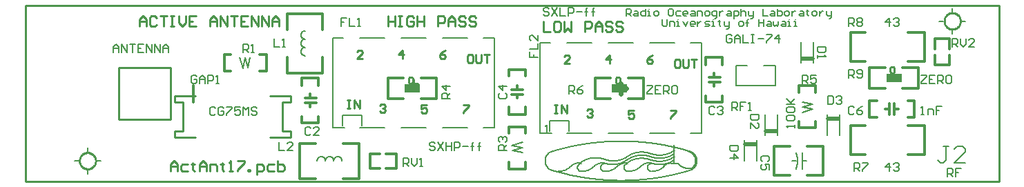
<source format=gto>
*%FSLAX24Y24*%
*%MOIN*%
G01*
%ADD11C,0.0000*%
%ADD12C,0.0050*%
%ADD13C,0.0060*%
%ADD14C,0.0070*%
%ADD15C,0.0073*%
%ADD16C,0.0080*%
%ADD17C,0.0098*%
%ADD18C,0.0100*%
%ADD19C,0.0120*%
%ADD20C,0.0200*%
%ADD21C,0.0200*%
%ADD22C,0.0240*%
%ADD23C,0.0250*%
%ADD24C,0.0300*%
%ADD25C,0.0340*%
%ADD26C,0.0360*%
%ADD27C,0.0394*%
%ADD28C,0.0400*%
%ADD29C,0.0434*%
%ADD30C,0.0440*%
%ADD31C,0.0500*%
%ADD32C,0.0500*%
%ADD33C,0.0540*%
%ADD34C,0.0600*%
%ADD35C,0.0680*%
%ADD36C,0.0700*%
%ADD37C,0.0750*%
%ADD38C,0.0790*%
%ADD39C,0.0827*%
%ADD40C,0.1000*%
%ADD41C,0.1250*%
%ADD42C,0.1450*%
%ADD43C,0.2000*%
%ADD44C,0.2250*%
%ADD45R,0.0200X0.0200*%
%ADD46R,0.0200X0.0500*%
%ADD47R,0.0200X0.0650*%
%ADD48R,0.0200X0.0700*%
%ADD49R,0.0200X0.1600*%
%ADD50R,0.0280X0.0600*%
%ADD51R,0.0300X0.0300*%
%ADD52R,0.0300X0.0300*%
%ADD53R,0.0320X0.0560*%
%ADD54R,0.0320X0.0640*%
%ADD55R,0.0340X0.0340*%
%ADD56R,0.0360X0.0600*%
%ADD57R,0.0400X0.0400*%
%ADD58R,0.0400X0.0640*%
%ADD59R,0.0500X0.0400*%
%ADD60R,0.0500X0.0500*%
%ADD61R,0.0500X0.0500*%
%ADD62R,0.0500X0.1200*%
%ADD63R,0.0540X0.0440*%
%ADD64R,0.0540X0.0960*%
%ADD65R,0.0540X0.1140*%
%ADD66R,0.0550X0.0650*%
%ADD67R,0.0591X0.1260*%
%ADD68R,0.0600X0.0600*%
%ADD69R,0.0600X0.0600*%
%ADD70R,0.0600X0.1000*%
%ADD71R,0.0600X0.1200*%
%ADD72R,0.0600X0.1250*%
%ADD73R,0.0631X0.1300*%
%ADD74R,0.0640X0.0640*%
%ADD75R,0.0640X0.1040*%
%ADD76R,0.0640X0.1240*%
%ADD77R,0.0640X0.1290*%
%ADD78R,0.0700X0.0700*%
%ADD79R,0.0750X0.0400*%
%ADD80R,0.0800X0.0750*%
%ADD81R,0.0800X0.0800*%
%ADD82R,0.0800X0.1250*%
%ADD83R,0.0850X0.0500*%
%ADD84R,0.0890X0.0540*%
%ADD85R,0.0900X0.0900*%
%ADD86R,0.0940X0.0940*%
%ADD87R,0.1000X0.0500*%
%ADD88R,0.1000X0.1000*%
%ADD89R,0.1040X0.0540*%
%ADD90R,0.1200X0.0500*%
%ADD91R,0.1250X0.0600*%
%ADD92R,0.1290X0.0640*%
%ADD93R,0.1300X0.1300*%
%ADD94R,0.1400X0.1400*%
%ADD95R,0.1500X0.0500*%
%ADD96R,0.1500X0.1500*%
%ADD97R,0.1500X0.1500*%
%ADD98R,0.1540X0.0540*%
%ADD99R,0.1540X0.1540*%
%ADD100R,0.1700X0.1700*%
%ADD101R,0.1750X0.1750*%
%ADD102R,0.1790X0.1790*%
%ADD103R,0.1900X0.1900*%
%ADD104R,0.2400X0.1600*%
%ADD105R,0.2500X0.2500*%
%ADD106R,0.2500X0.2500*%
D12*
X52286Y26101D02*
X52313Y26120D01*
X52342Y26139D01*
X52370Y26157D01*
X52399Y26175D01*
X52429Y26191D01*
X52459Y26207D01*
X52490Y26221D01*
X52521Y26235D01*
X52552Y26249D01*
X52584Y26261D01*
X52615Y26272D01*
X52648Y26283D01*
X52680Y26292D01*
X52713Y26301D01*
X52746Y26309D01*
X52779Y26316D01*
X52813Y26322D01*
X52846Y26327D01*
X52880Y26332D01*
X52914Y26335D01*
X52947Y26337D01*
X52981Y26339D01*
X53015Y26339D01*
X53049Y26339D01*
X53083Y26338D01*
X53117Y26336D01*
X53151Y26333D01*
X53184Y26329D01*
X53218Y26324D01*
X53251Y26318D01*
X53285Y26311D01*
X53318Y26304D01*
X53350Y26295D01*
X53383Y26286D01*
X53415Y26275D01*
X53447Y26264D01*
X53443Y26266D02*
X53475Y26255D01*
X53507Y26244D01*
X53540Y26235D01*
X53572Y26226D01*
X53605Y26219D01*
X53639Y26212D01*
X53672Y26206D01*
X53706Y26201D01*
X53739Y26197D01*
X53773Y26194D01*
X53807Y26192D01*
X53841Y26191D01*
X53875Y26191D01*
X53909Y26191D01*
X53943Y26193D01*
X53976Y26195D01*
X54010Y26198D01*
X54044Y26203D01*
X54077Y26208D01*
X54111Y26214D01*
X54144Y26221D01*
X54177Y26229D01*
X54210Y26238D01*
X54242Y26247D01*
X54275Y26258D01*
X54306Y26269D01*
X54338Y26281D01*
X54369Y26295D01*
X54400Y26309D01*
X54431Y26323D01*
X54461Y26339D01*
X54491Y26355D01*
X54520Y26373D01*
X54548Y26391D01*
X54577Y26410D01*
X54604Y26429D01*
X55209Y25931D02*
X55235Y25956D01*
X55262Y25978D01*
X55292Y25999D01*
X55322Y26017D01*
X55354Y26033D01*
X55387Y26047D01*
X55421Y26059D01*
X55455Y26068D01*
X55490Y26075D01*
X55525Y26079D01*
X55561Y26081D01*
X55597Y26080D01*
X55632Y26077D01*
X55668Y26072D01*
X55702Y26064D01*
X55206Y25940D02*
X55182Y25917D01*
X55158Y25895D01*
X55133Y25873D01*
X55107Y25853D01*
X55081Y25834D01*
X55053Y25815D01*
X55025Y25798D01*
X54997Y25782D01*
X54967Y25767D01*
X54937Y25754D01*
X54907Y25741D01*
X54876Y25730D01*
X54845Y25719D01*
X54813Y25710D01*
X54781Y25703D01*
X54749Y25696D01*
X54716Y25691D01*
X54684Y25687D01*
X54651Y25685D01*
X54618Y25683D01*
X54585Y25683D01*
X54585Y25680D02*
X54552Y25683D01*
X54520Y25691D01*
X54490Y25705D01*
X54463Y25724D01*
X54439Y25748D01*
X54420Y25775D01*
X54406Y25805D01*
X54398Y25837D01*
X54395Y25870D01*
X54398Y25903D01*
X54406Y25935D01*
X54420Y25965D01*
X54439Y25992D01*
X54463Y26016D01*
X54490Y26035D01*
X54520Y26049D01*
X54552Y26057D01*
X54585Y26060D01*
X54577Y26064D02*
X54542Y26072D01*
X54507Y26077D01*
X54472Y26080D01*
X54436Y26081D01*
X54400Y26079D01*
X54365Y26075D01*
X54330Y26068D01*
X54296Y26059D01*
X54262Y26047D01*
X54229Y26033D01*
X54197Y26017D01*
X54167Y25999D01*
X54137Y25978D01*
X54110Y25956D01*
X54084Y25931D01*
X51831Y25940D02*
X51807Y25917D01*
X51783Y25895D01*
X51758Y25873D01*
X51732Y25853D01*
X51706Y25834D01*
X51678Y25815D01*
X51650Y25798D01*
X51622Y25782D01*
X51592Y25767D01*
X51562Y25754D01*
X51532Y25741D01*
X51501Y25730D01*
X51470Y25719D01*
X51438Y25710D01*
X51406Y25703D01*
X51374Y25696D01*
X51341Y25691D01*
X51309Y25687D01*
X51276Y25685D01*
X51243Y25683D01*
X51210Y25683D01*
X51834Y25931D02*
X51860Y25956D01*
X51887Y25978D01*
X51917Y25999D01*
X51947Y26017D01*
X51979Y26033D01*
X52012Y26047D01*
X52046Y26059D01*
X52080Y26068D01*
X52115Y26075D01*
X52150Y26079D01*
X52186Y26081D01*
X52222Y26080D01*
X52257Y26077D01*
X52292Y26072D01*
X52327Y26064D01*
X52340Y26060D02*
X52307Y26057D01*
X52275Y26049D01*
X52245Y26035D01*
X52218Y26016D01*
X52194Y25992D01*
X52175Y25965D01*
X52161Y25935D01*
X52153Y25903D01*
X52150Y25870D01*
X52153Y25837D01*
X52161Y25805D01*
X52175Y25775D01*
X52194Y25748D01*
X52218Y25724D01*
X52245Y25705D01*
X52275Y25691D01*
X52307Y25683D01*
X52340Y25680D01*
X52335Y25683D02*
X52368Y25683D01*
X52401Y25685D01*
X52434Y25687D01*
X52466Y25691D01*
X52499Y25696D01*
X52531Y25703D01*
X52563Y25710D01*
X52595Y25719D01*
X52626Y25730D01*
X52657Y25741D01*
X52687Y25754D01*
X52717Y25767D01*
X52747Y25782D01*
X52775Y25798D01*
X52803Y25815D01*
X52831Y25834D01*
X52857Y25853D01*
X52883Y25873D01*
X52908Y25895D01*
X52932Y25917D01*
X52956Y25940D01*
X52959Y25931D02*
X52985Y25956D01*
X53012Y25978D01*
X53042Y25999D01*
X53072Y26017D01*
X53104Y26033D01*
X53137Y26047D01*
X53171Y26059D01*
X53205Y26068D01*
X53240Y26075D01*
X53275Y26079D01*
X53311Y26081D01*
X53347Y26080D01*
X53382Y26077D01*
X53418Y26072D01*
X53452Y26064D01*
X53465Y25688D02*
X53498Y25688D01*
X53531Y25690D01*
X53564Y25692D01*
X53596Y25696D01*
X53629Y25701D01*
X53661Y25708D01*
X53693Y25715D01*
X53725Y25724D01*
X53756Y25735D01*
X53787Y25746D01*
X53817Y25759D01*
X53847Y25772D01*
X53877Y25787D01*
X53905Y25803D01*
X53933Y25820D01*
X53961Y25839D01*
X53987Y25858D01*
X54013Y25878D01*
X54038Y25900D01*
X54062Y25922D01*
X54086Y25945D01*
X53460Y26060D02*
X53427Y26057D01*
X53395Y26049D01*
X53365Y26035D01*
X53338Y26016D01*
X53314Y25992D01*
X53295Y25965D01*
X53281Y25935D01*
X53273Y25903D01*
X53270Y25870D01*
X53273Y25837D01*
X53281Y25805D01*
X53295Y25775D01*
X53314Y25748D01*
X53338Y25724D01*
X53365Y25705D01*
X53395Y25691D01*
X53427Y25683D01*
X53460Y25680D01*
X55720D02*
X55687Y25683D01*
X55655Y25691D01*
X55625Y25705D01*
X55598Y25724D01*
X55574Y25748D01*
X55555Y25775D01*
X55541Y25805D01*
X55533Y25837D01*
X55530Y25870D01*
X55533Y25903D01*
X55541Y25935D01*
X55555Y25965D01*
X55574Y25992D01*
X55598Y26016D01*
X55625Y26035D01*
X55655Y26049D01*
X55687Y26057D01*
X55720Y26060D01*
X55725Y25683D02*
X55758Y25683D01*
X55791Y25685D01*
X55824Y25687D01*
X55856Y25691D01*
X55889Y25696D01*
X55921Y25703D01*
X55953Y25710D01*
X55985Y25719D01*
X56016Y25730D01*
X56047Y25741D01*
X56077Y25754D01*
X56107Y25767D01*
X56137Y25782D01*
X56165Y25798D01*
X56193Y25815D01*
X56221Y25834D01*
X56247Y25853D01*
X56273Y25873D01*
X56298Y25895D01*
X56322Y25917D01*
X56346Y25940D01*
X57672Y25817D02*
X57698Y25840D01*
X57722Y25864D01*
X57745Y25890D01*
X57765Y25917D01*
X57784Y25946D01*
X57800Y25977D01*
X57814Y26008D01*
X57826Y26040D01*
X57836Y26073D01*
X57843Y26107D01*
X57847Y26141D01*
X57850Y26175D01*
X57850Y26209D01*
X57847Y26244D01*
X57842Y26277D01*
X57835Y26311D01*
X57825Y26344D01*
X57812Y26376D01*
X57798Y26407D01*
X57781Y26437D01*
X57763Y26466D01*
X57742Y26493D01*
X57719Y26519D01*
X57695Y26543D01*
X57669Y26566D01*
X57641Y26586D01*
X57612Y26604D01*
X57582Y26621D01*
X57551Y26635D01*
X57518Y26647D01*
X56834Y26404D02*
X56807Y26385D01*
X56778Y26366D01*
X56750Y26348D01*
X56721Y26330D01*
X56691Y26314D01*
X56661Y26298D01*
X56630Y26284D01*
X56599Y26270D01*
X56568Y26256D01*
X56536Y26244D01*
X56505Y26233D01*
X56472Y26222D01*
X56440Y26213D01*
X56407Y26204D01*
X56374Y26196D01*
X56341Y26189D01*
X56307Y26183D01*
X56274Y26178D01*
X56240Y26173D01*
X56206Y26170D01*
X56173Y26168D01*
X56139Y26166D01*
X56105Y26166D01*
X56071Y26166D01*
X56037Y26167D01*
X56003Y26169D01*
X55969Y26172D01*
X55936Y26176D01*
X55902Y26181D01*
X55869Y26187D01*
X55835Y26194D01*
X55802Y26201D01*
X55770Y26210D01*
X55737Y26219D01*
X55705Y26230D01*
X55673Y26241D01*
Y26391D02*
X55705Y26380D01*
X55737Y26369D01*
X55770Y26360D01*
X55802Y26351D01*
X55835Y26344D01*
X55869Y26337D01*
X55902Y26331D01*
X55936Y26326D01*
X55969Y26322D01*
X56003Y26319D01*
X56037Y26317D01*
X56071Y26316D01*
X56105Y26316D01*
X56139Y26316D01*
X56173Y26318D01*
X56206Y26320D01*
X56240Y26323D01*
X56274Y26328D01*
X56307Y26333D01*
X56341Y26339D01*
X56374Y26346D01*
X56407Y26354D01*
X56440Y26363D01*
X56472Y26372D01*
X56505Y26383D01*
X56536Y26394D01*
X56568Y26406D01*
X56599Y26420D01*
X56630Y26434D01*
X56661Y26448D01*
X56691Y26464D01*
X56721Y26480D01*
X56750Y26498D01*
X56778Y26516D01*
X56807Y26535D01*
X56834Y26554D01*
Y26704D02*
X56807Y26685D01*
X56778Y26666D01*
X56750Y26648D01*
X56721Y26630D01*
X56691Y26614D01*
X56661Y26598D01*
X56630Y26584D01*
X56599Y26570D01*
X56568Y26556D01*
X56536Y26544D01*
X56505Y26533D01*
X56472Y26522D01*
X56440Y26513D01*
X56407Y26504D01*
X56374Y26496D01*
X56341Y26489D01*
X56307Y26483D01*
X56274Y26478D01*
X56240Y26473D01*
X56206Y26470D01*
X56173Y26468D01*
X56139Y26466D01*
X56105Y26466D01*
X56071Y26466D01*
X56037Y26467D01*
X56003Y26469D01*
X55969Y26472D01*
X55936Y26476D01*
X55902Y26481D01*
X55869Y26487D01*
X55835Y26494D01*
X55802Y26501D01*
X55770Y26510D01*
X55737Y26519D01*
X55705Y26530D01*
X55673Y26541D01*
Y26091D02*
X55705Y26080D01*
X55737Y26069D01*
X55770Y26060D01*
X55802Y26051D01*
X55835Y26044D01*
X55869Y26037D01*
X55902Y26031D01*
X55936Y26026D01*
X55969Y26022D01*
X56003Y26019D01*
X56037Y26017D01*
X56071Y26016D01*
X56105Y26016D01*
X56139Y26016D01*
X56173Y26018D01*
X56206Y26020D01*
X56240Y26023D01*
X56274Y26028D01*
X56307Y26033D01*
X56341Y26039D01*
X56374Y26046D01*
X56407Y26054D01*
X56440Y26063D01*
X56472Y26072D01*
X56505Y26083D01*
X56536Y26094D01*
X56568Y26106D01*
X56599Y26120D01*
X56630Y26134D01*
X56661Y26148D01*
X56691Y26164D01*
X56721Y26180D01*
X56750Y26198D01*
X56778Y26216D01*
X56807Y26235D01*
X56834Y26254D01*
X55677Y26239D02*
X55645Y26250D01*
X55613Y26261D01*
X55580Y26270D01*
X55548Y26279D01*
X55515Y26286D01*
X55481Y26293D01*
X55448Y26299D01*
X55414Y26304D01*
X55381Y26308D01*
X55347Y26311D01*
X55313Y26313D01*
X55279Y26314D01*
X55245Y26314D01*
X55211Y26314D01*
X55177Y26312D01*
X55144Y26310D01*
X55110Y26307D01*
X55076Y26302D01*
X55043Y26297D01*
X55009Y26291D01*
X54976Y26284D01*
X54943Y26276D01*
X54910Y26267D01*
X54878Y26258D01*
X54845Y26247D01*
X54814Y26236D01*
X54782Y26224D01*
X54751Y26210D01*
X54720Y26196D01*
X54689Y26182D01*
X54659Y26166D01*
X54629Y26150D01*
X54600Y26132D01*
X54572Y26114D01*
X54543Y26095D01*
X54516Y26076D01*
Y26226D02*
X54543Y26245D01*
X54572Y26264D01*
X54600Y26282D01*
X54629Y26300D01*
X54659Y26316D01*
X54689Y26332D01*
X54720Y26346D01*
X54751Y26360D01*
X54782Y26374D01*
X54814Y26386D01*
X54845Y26397D01*
X54878Y26408D01*
X54910Y26417D01*
X54943Y26426D01*
X54976Y26434D01*
X55009Y26441D01*
X55043Y26447D01*
X55076Y26452D01*
X55110Y26457D01*
X55144Y26460D01*
X55177Y26462D01*
X55211Y26464D01*
X55245Y26464D01*
X55279Y26464D01*
X55313Y26463D01*
X55347Y26461D01*
X55381Y26458D01*
X55414Y26454D01*
X55448Y26449D01*
X55481Y26443D01*
X55515Y26436D01*
X55548Y26429D01*
X55580Y26420D01*
X55613Y26411D01*
X55645Y26400D01*
X55677Y26389D01*
Y26539D02*
X55645Y26550D01*
X55613Y26561D01*
X55580Y26570D01*
X55548Y26579D01*
X55515Y26586D01*
X55481Y26593D01*
X55448Y26599D01*
X55414Y26604D01*
X55381Y26608D01*
X55347Y26611D01*
X55313Y26613D01*
X55279Y26614D01*
X55245Y26614D01*
X55211Y26614D01*
X55177Y26612D01*
X55144Y26610D01*
X55110Y26607D01*
X55076Y26602D01*
X55043Y26597D01*
X55009Y26591D01*
X54976Y26584D01*
X54943Y26576D01*
X54910Y26567D01*
X54878Y26558D01*
X54845Y26547D01*
X54814Y26536D01*
X54782Y26524D01*
X54751Y26510D01*
X54720Y26496D01*
X54689Y26482D01*
X54659Y26466D01*
X54629Y26450D01*
X54600Y26432D01*
X54572Y26414D01*
X54543Y26395D01*
X54516Y26376D01*
X54559Y26254D02*
X54532Y26235D01*
X54503Y26216D01*
X54475Y26198D01*
X54446Y26180D01*
X54416Y26164D01*
X54386Y26148D01*
X54355Y26134D01*
X54324Y26120D01*
X54293Y26106D01*
X54261Y26094D01*
X54230Y26083D01*
X54197Y26072D01*
X54165Y26063D01*
X54132Y26054D01*
X54099Y26046D01*
X54066Y26039D01*
X54032Y26033D01*
X53999Y26028D01*
X53965Y26023D01*
X53931Y26020D01*
X53898Y26018D01*
X53864Y26016D01*
X53830Y26016D01*
X53796Y26016D01*
X53762Y26017D01*
X53728Y26019D01*
X53694Y26022D01*
X53661Y26026D01*
X53627Y26031D01*
X53594Y26037D01*
X53560Y26044D01*
X53527Y26051D01*
X53495Y26060D01*
X53462Y26069D01*
X53430Y26080D01*
X53398Y26091D01*
X57003Y26062D02*
X57024Y26038D01*
X57046Y26014D01*
X57069Y25992D01*
X57093Y25971D01*
X57119Y25951D01*
X57145Y25932D01*
X57173Y25915D01*
X57201Y25899D01*
X57230Y25885D01*
X57259Y25872D01*
X57289Y25861D01*
X57320Y25851D01*
X57351Y25843D01*
X57383Y25836D01*
X57415Y25831D01*
X57447Y25827D01*
X57479Y25825D01*
X57511Y25825D01*
X57543Y25826D01*
X57576Y25829D01*
X57607Y25834D01*
X57639Y25840D01*
X57670Y25848D01*
X57701Y25857D01*
X57732Y25868D01*
X57761Y25881D01*
X57791Y25895D01*
X56680Y26081D02*
X56647Y26080D01*
X56613Y26077D01*
X56580Y26071D01*
X56548Y26064D01*
X56516Y26054D01*
X56484Y26042D01*
X56454Y26028D01*
X56425Y26013D01*
X56396Y25995D01*
X56369Y25975D01*
X56343Y25954D01*
X56319Y25931D01*
X56820Y26065D02*
Y26960D01*
X56675Y26065D02*
X57000D01*
X61700Y30490D02*
Y30790D01*
X59800D02*
Y30490D01*
Y30790D02*
X60350D01*
X61150D02*
X61700D01*
D13*
X56250Y32748D02*
Y33040D01*
Y32748D02*
X56308Y32690D01*
X56425D01*
X56483Y32748D01*
Y33040D01*
X56600Y32923D02*
Y32690D01*
Y32923D02*
X56775D01*
X56833Y32865D01*
Y32690D01*
X56950D02*
X57066D01*
X57008D01*
Y32923D01*
X56950D01*
X57008Y33040D02*
X57009D01*
X57241Y32923D02*
X57358Y32690D01*
X57475Y32923D01*
X57650Y32690D02*
X57766D01*
X57650D02*
X57591Y32748D01*
Y32865D01*
X57650Y32923D01*
X57766D01*
X57824Y32865D01*
Y32807D01*
X57591D01*
X57941Y32923D02*
Y32690D01*
Y32807D01*
X57999Y32865D01*
X58058Y32923D01*
X58116D01*
X58291Y32690D02*
X58466D01*
X58524Y32748D01*
X58466Y32807D01*
X58349D01*
X58291Y32865D01*
X58349Y32923D01*
X58524D01*
X58641Y32690D02*
X58758D01*
X58699D01*
Y32923D01*
X58641D01*
X58699Y33040D02*
X58700D01*
X58991Y32982D02*
Y32923D01*
X58932D01*
X59049D01*
X58991D01*
Y32748D01*
X59049Y32690D01*
X59224Y32748D02*
Y32923D01*
Y32748D02*
X59282Y32690D01*
X59457D01*
Y32632D01*
X59399Y32573D01*
X59341D01*
X59457Y32690D02*
Y32923D01*
X59982Y32690D02*
X60099D01*
X60157Y32748D01*
Y32865D01*
X60099Y32923D01*
X59982D01*
X59924Y32865D01*
Y32748D01*
X59982Y32690D01*
X60332D02*
Y32982D01*
Y32865D01*
X60274D01*
X60390D01*
X60332D01*
Y32982D01*
X60390Y33040D01*
X60915D02*
Y32690D01*
Y32865D01*
X61148D01*
Y33040D01*
Y32690D01*
X61323Y32923D02*
X61440D01*
X61498Y32865D01*
Y32690D01*
X61323D01*
X61265Y32748D01*
X61323Y32807D01*
X61498D01*
X61615Y32748D02*
Y32923D01*
Y32748D02*
X61673Y32690D01*
X61732Y32748D01*
X61790Y32690D01*
X61848Y32748D01*
Y32923D01*
X62023D02*
X62140D01*
X62198Y32865D01*
Y32690D01*
X62023D01*
X61965Y32748D01*
X62023Y32807D01*
X62198D01*
X62315Y32690D02*
X62431D01*
X62373D01*
Y32923D01*
X62315D01*
X62373Y33040D02*
X62374D01*
X62606Y32690D02*
X62723D01*
X62665D01*
Y32923D01*
X62606D01*
X62665Y33040D02*
X62666D01*
X54500Y33190D02*
Y33540D01*
X54675D01*
X54733Y33482D01*
Y33365D01*
X54675Y33307D01*
X54500D01*
X54617D02*
X54733Y33190D01*
X54908Y33423D02*
X55025D01*
X55083Y33365D01*
Y33190D01*
X54908D01*
X54850Y33248D01*
X54908Y33307D01*
X55083D01*
X55433Y33190D02*
Y33540D01*
Y33190D02*
X55258D01*
X55200Y33248D01*
Y33365D01*
X55258Y33423D01*
X55433D01*
X55550Y33190D02*
X55666D01*
X55608D01*
Y33423D01*
X55550D01*
X55608Y33540D02*
X55609D01*
X55900Y33190D02*
X56016D01*
X56074Y33248D01*
Y33365D01*
X56016Y33423D01*
X55900D01*
X55841Y33365D01*
Y33248D01*
X55900Y33190D01*
X56599Y33540D02*
X56716D01*
X56599D02*
X56541Y33482D01*
Y33248D01*
X56599Y33190D01*
X56716D01*
X56774Y33248D01*
Y33482D01*
X56716Y33540D01*
X56949Y33423D02*
X57124D01*
X56949D02*
X56891Y33365D01*
Y33248D01*
X56949Y33190D01*
X57124D01*
X57299D02*
X57416D01*
X57299D02*
X57241Y33248D01*
Y33365D01*
X57299Y33423D01*
X57416D01*
X57474Y33365D01*
Y33307D01*
X57241D01*
X57649Y33423D02*
X57766D01*
X57824Y33365D01*
Y33190D01*
X57649D01*
X57591Y33248D01*
X57649Y33307D01*
X57824D01*
X57941Y33190D02*
Y33423D01*
X58115D01*
X58174Y33365D01*
Y33190D01*
X58349D02*
X58465D01*
X58524Y33248D01*
Y33365D01*
X58465Y33423D01*
X58349D01*
X58290Y33365D01*
Y33248D01*
X58349Y33190D01*
X58757Y33073D02*
X58815D01*
X58874Y33132D01*
Y33423D01*
X58699D01*
X58640Y33365D01*
Y33248D01*
X58699Y33190D01*
X58874D01*
X58990D02*
Y33423D01*
Y33307D02*
Y33190D01*
Y33307D02*
X59049Y33365D01*
X59107Y33423D01*
X59165D01*
X59398D02*
X59515D01*
X59573Y33365D01*
Y33190D01*
X59398D01*
X59340Y33248D01*
X59398Y33307D01*
X59573D01*
X59690Y33423D02*
Y33073D01*
Y33423D02*
X59865D01*
X59923Y33365D01*
Y33248D01*
X59865Y33190D01*
X59690D01*
X60040D02*
Y33540D01*
Y33365D02*
Y33190D01*
Y33365D02*
X60098Y33423D01*
X60215D01*
X60273Y33365D01*
Y33190D01*
X60390Y33248D02*
Y33423D01*
Y33248D02*
X60448Y33190D01*
X60623D01*
Y33132D01*
X60565Y33073D01*
X60506D01*
X60623Y33190D02*
Y33423D01*
X61090Y33540D02*
Y33190D01*
X61323D01*
X61498Y33423D02*
X61614D01*
X61673Y33365D01*
Y33190D01*
X61498D01*
X61439Y33248D01*
X61498Y33307D01*
X61673D01*
X61789Y33190D02*
Y33540D01*
Y33190D02*
X61964D01*
X62023Y33248D01*
Y33307D01*
Y33365D01*
X61964Y33423D01*
X61789D01*
X62198Y33190D02*
X62314D01*
X62372Y33248D01*
Y33365D01*
X62314Y33423D01*
X62198D01*
X62139Y33365D01*
Y33248D01*
X62198Y33190D01*
X62489D02*
Y33423D01*
Y33307D02*
Y33190D01*
Y33307D02*
X62547Y33365D01*
X62606Y33423D01*
X62664D01*
X62897D02*
X63014D01*
X63072Y33365D01*
Y33190D01*
X62897D01*
X62839Y33248D01*
X62897Y33307D01*
X63072D01*
X63247Y33423D02*
Y33482D01*
Y33423D02*
X63189D01*
X63305D01*
X63247D01*
Y33248D01*
X63305Y33190D01*
X63539D02*
X63655D01*
X63714Y33248D01*
Y33365D01*
X63655Y33423D01*
X63539D01*
X63480Y33365D01*
Y33248D01*
X63539Y33190D01*
X63830D02*
Y33423D01*
Y33307D02*
Y33190D01*
Y33307D02*
X63889Y33365D01*
X63947Y33423D01*
X64005D01*
X64180D02*
Y33248D01*
X64239Y33190D01*
X64413D01*
Y33132D01*
X64355Y33073D01*
X64297D01*
X64413Y33190D02*
Y33423D01*
X29750Y31707D02*
Y31440D01*
Y31707D02*
X29883Y31840D01*
X30017Y31707D01*
Y31440D01*
Y31640D01*
X29750D01*
X30150Y31440D02*
Y31840D01*
X30416Y31440D01*
Y31840D01*
X30550D02*
X30816D01*
X30683D01*
Y31440D01*
X30950Y31840D02*
X31216D01*
X30950D02*
Y31440D01*
X31216D01*
X31083Y31640D02*
X30950D01*
X31349Y31440D02*
Y31840D01*
X31616Y31440D01*
Y31840D01*
X31749D02*
Y31440D01*
X32016D02*
X31749Y31840D01*
X32016D02*
Y31440D01*
X32149D02*
Y31707D01*
X32283Y31840D01*
X32416Y31707D01*
Y31440D01*
Y31640D01*
X32149D01*
X34600Y28790D02*
X34667Y28723D01*
X34600Y28790D02*
X34467D01*
X34400Y28723D01*
Y28457D01*
X34467Y28390D01*
X34600D01*
X34667Y28457D01*
X35000Y28790D02*
X35066Y28723D01*
X35000Y28790D02*
X34867D01*
X34800Y28723D01*
Y28457D01*
X34867Y28390D01*
X35000D01*
X35066Y28457D01*
Y28590D01*
X34933D01*
X35200Y28790D02*
X35466D01*
Y28723D01*
X35200Y28457D01*
Y28390D01*
X35600Y28790D02*
X35866D01*
X35600D02*
Y28590D01*
X35733Y28657D01*
X35800D01*
X35866Y28590D01*
Y28457D01*
X35800Y28390D01*
X35666D01*
X35600Y28457D01*
X35999Y28390D02*
Y28790D01*
X36133Y28657D01*
X36266Y28790D01*
Y28390D01*
X36666Y28723D02*
X36599Y28790D01*
X36466D01*
X36399Y28723D01*
Y28657D01*
X36466Y28590D01*
X36599D01*
X36666Y28523D01*
Y28457D01*
X36599Y28390D01*
X36466D01*
X36399Y28457D01*
X33767Y30273D02*
X33700Y30340D01*
X33567D01*
X33500Y30273D01*
Y30007D01*
X33567Y29940D01*
X33700D01*
X33767Y30007D01*
Y30140D01*
X33633D01*
X33900Y30207D02*
Y29940D01*
Y30207D02*
X34033Y30340D01*
X34166Y30207D01*
Y29940D01*
Y30140D01*
X33900D01*
X34300Y29940D02*
Y30340D01*
X34500D01*
X34566Y30273D01*
Y30140D01*
X34500Y30073D01*
X34300D01*
X34700Y29940D02*
X34833D01*
X34766D01*
Y30340D01*
X34767D01*
X34766D02*
X34700Y30273D01*
X36000Y31440D02*
Y31840D01*
X36200D01*
X36267Y31773D01*
Y31640D01*
X36200Y31573D01*
X36000D01*
X36133D02*
X36267Y31440D01*
X36400D02*
X36533D01*
X36467D01*
Y31840D01*
X36468D01*
X36467D02*
X36400Y31773D01*
X37500Y31690D02*
Y32090D01*
Y31690D02*
X37767D01*
X37900D02*
X38033D01*
X37967D01*
Y32090D01*
X37968D01*
X37967D02*
X37900Y32023D01*
X39200Y27840D02*
X39267Y27773D01*
X39200Y27840D02*
X39067D01*
X39000Y27773D01*
Y27507D01*
X39067Y27440D01*
X39200D01*
X39267Y27507D01*
X39400Y27440D02*
X39666D01*
X39400D02*
X39666Y27707D01*
Y27773D01*
X39600Y27840D01*
X39467D01*
X39400Y27773D01*
X37750Y27090D02*
Y26690D01*
X38017D01*
X38150D02*
X38416D01*
X38150D02*
X38416Y26957D01*
Y27023D01*
X38350Y27090D01*
X38217D01*
X38150Y27023D01*
X43750Y26340D02*
Y25940D01*
Y26340D02*
X43950D01*
X44017Y26273D01*
Y26140D01*
X43950Y26073D01*
X43750D01*
X43883D02*
X44017Y25940D01*
X44150Y26073D02*
Y26340D01*
Y26073D02*
X44283Y25940D01*
X44416Y26073D01*
Y26340D01*
X44550Y25940D02*
X44683D01*
X44616D01*
Y26340D01*
X44617D01*
X44616D02*
X44550Y26273D01*
X45600Y29190D02*
X46000D01*
X45600D02*
Y29390D01*
X45667Y29457D01*
X45800D01*
X45867Y29390D01*
Y29190D01*
Y29323D02*
X46000Y29457D01*
Y29790D02*
X45600D01*
X45800Y29590D01*
Y29856D01*
X45200Y27090D02*
X45267Y27023D01*
X45200Y27090D02*
X45067D01*
X45000Y27023D01*
Y26957D01*
X45067Y26890D01*
X45200D01*
X45267Y26823D01*
Y26757D01*
X45200Y26690D01*
X45067D01*
X45000Y26757D01*
X45400Y27090D02*
X45666Y26690D01*
X45400D02*
X45666Y27090D01*
X45800D02*
Y26690D01*
Y26890D01*
X46066D01*
Y27090D01*
Y26690D01*
X46200D02*
Y27090D01*
X46400D01*
X46466Y27023D01*
Y26890D01*
X46400Y26823D01*
X46200D01*
X46599Y26890D02*
X46866D01*
X47066Y27023D02*
Y26690D01*
Y26890D02*
Y27023D01*
Y26890D02*
X46999D01*
X47133D01*
X47066D01*
Y27023D01*
X47133Y27090D01*
X47399Y27023D02*
Y26690D01*
Y26890D02*
Y27023D01*
Y26890D02*
X47333D01*
X47466D01*
X47399D01*
Y27023D01*
X47466Y27090D01*
X41017Y33090D02*
X40750D01*
Y32890D01*
X40883D01*
X40750D01*
Y32690D01*
X41150D02*
Y33090D01*
Y32690D02*
X41416D01*
X41550D02*
X41683D01*
X41616D01*
Y33090D01*
X41617D01*
X41616D02*
X41550Y33023D01*
X48350Y29390D02*
X48417Y29457D01*
X48350Y29390D02*
Y29257D01*
X48417Y29190D01*
X48683D01*
X48750Y29257D01*
Y29390D01*
X48683Y29457D01*
X48750Y29790D02*
X48350D01*
X48550Y29590D01*
Y29856D01*
X48750Y26690D02*
X48350D01*
Y26890D01*
X48417Y26957D01*
X48550D01*
X48617Y26890D01*
Y26690D01*
Y26823D02*
X48750Y26957D01*
X48417Y27090D02*
X48350Y27157D01*
Y27290D01*
X48417Y27356D01*
X48483D01*
X48484D01*
X48483D02*
X48484D01*
X48483D02*
X48484D01*
X48483D02*
X48550Y27290D01*
Y27223D01*
Y27290D01*
X48617Y27356D01*
X48683D01*
X48750Y27290D01*
Y27157D01*
X48683Y27090D01*
X50616Y27514D02*
X50749D01*
X50682D01*
Y27914D01*
X50683D01*
X50682D02*
X50616Y27848D01*
X50767Y33523D02*
X50700Y33590D01*
X50567D01*
X50500Y33523D01*
Y33457D01*
X50567Y33390D01*
X50700D01*
X50767Y33323D01*
Y33257D01*
X50700Y33190D01*
X50567D01*
X50500Y33257D01*
X50900Y33590D02*
X51166Y33190D01*
X50900D02*
X51166Y33590D01*
X51300D02*
Y33190D01*
X51566D01*
X51700D02*
Y33590D01*
X51900D01*
X51966Y33523D01*
Y33390D01*
X51900Y33323D01*
X51700D01*
X52099Y33390D02*
X52366D01*
X52566Y33523D02*
Y33190D01*
Y33390D02*
Y33523D01*
Y33390D02*
X52499D01*
X52633D01*
X52566D01*
Y33523D01*
X52633Y33590D01*
X52899Y33523D02*
Y33190D01*
Y33390D02*
Y33523D01*
Y33390D02*
X52833D01*
X52966D01*
X52899D01*
Y33523D01*
X52966Y33590D01*
X49850Y31457D02*
Y31190D01*
X50050D01*
Y31323D01*
Y31190D01*
X50250D01*
Y31590D02*
X49850D01*
X50250D02*
Y31856D01*
Y31990D02*
Y32256D01*
Y31990D02*
X49983Y32256D01*
X49917D01*
X49850Y32190D01*
Y32056D01*
X49917Y31990D01*
X55500Y29840D02*
X55767D01*
Y29773D01*
X55500Y29507D01*
Y29440D01*
X55767D01*
X55900Y29840D02*
X56166D01*
X55900D02*
Y29440D01*
X56166D01*
X56033Y29640D02*
X55900D01*
X56300Y29440D02*
Y29840D01*
X56500D01*
X56566Y29773D01*
Y29640D01*
X56500Y29573D01*
X56300D01*
X56433D02*
X56566Y29440D01*
X56766Y29840D02*
X56900D01*
X56766D02*
X56700Y29773D01*
Y29507D01*
X56766Y29440D01*
X56900D01*
X56966Y29507D01*
Y29773D01*
X56900Y29840D01*
X51750D02*
Y29440D01*
Y29840D02*
X51950D01*
X52017Y29773D01*
Y29640D01*
X51950Y29573D01*
X51750D01*
X51883D02*
X52017Y29440D01*
X52283Y29773D02*
X52416Y29840D01*
X52283Y29773D02*
X52150Y29640D01*
Y29507D01*
X52217Y29440D01*
X52350D01*
X52416Y29507D01*
Y29573D01*
X52350Y29640D01*
X52150D01*
X58700Y28840D02*
X58767Y28773D01*
X58700Y28840D02*
X58567D01*
X58500Y28773D01*
Y28507D01*
X58567Y28440D01*
X58700D01*
X58767Y28507D01*
X58900Y28773D02*
X58967Y28840D01*
X59100D01*
X59166Y28773D01*
Y28707D01*
X59167D01*
X59166D02*
X59167D01*
X59166D02*
X59167D01*
X59166D02*
X59100Y28640D01*
X59033D01*
X59100D01*
X59166Y28573D01*
Y28507D01*
X59100Y28440D01*
X58967D01*
X58900Y28507D01*
X60500Y28440D02*
X60900D01*
X60500D02*
Y28240D01*
X60567Y28173D01*
X60833D01*
X60900Y28240D01*
Y28440D01*
X60500Y28040D02*
Y27774D01*
Y28040D02*
X60767Y27774D01*
X60833D01*
X60900Y27840D01*
Y27973D01*
X60833Y28040D01*
X62640Y27913D02*
Y27780D01*
Y27847D02*
Y27913D01*
Y27847D02*
X62240D01*
X62241D01*
X62240D02*
X62307Y27780D01*
Y28113D02*
X62240Y28180D01*
Y28313D01*
X62307Y28380D01*
X62573D01*
X62640Y28313D01*
Y28180D01*
X62573Y28113D01*
X62307D01*
Y28513D02*
X62240Y28580D01*
Y28713D01*
X62307Y28780D01*
X62573D01*
X62640Y28713D01*
Y28580D01*
X62573Y28513D01*
X62307D01*
X62240Y28913D02*
X62640D01*
X62507D01*
X62240Y29180D01*
X62440Y28980D01*
X62640Y29180D01*
X63000Y29940D02*
Y30340D01*
X63200D01*
X63267Y30273D01*
Y30140D01*
X63200Y30073D01*
X63000D01*
X63133D02*
X63267Y29940D01*
X63400Y30340D02*
X63666D01*
X63400D02*
Y30140D01*
X63533Y30207D01*
X63600D01*
X63666Y30140D01*
Y30007D01*
X63600Y29940D01*
X63467D01*
X63400Y30007D01*
X64250Y29340D02*
Y28940D01*
X64450D01*
X64517Y29007D01*
Y29273D01*
X64450Y29340D01*
X64250D01*
X64650Y29273D02*
X64717Y29340D01*
X64850D01*
X64916Y29273D01*
Y29207D01*
X64917D01*
X64916D02*
X64917D01*
X64916D02*
X64917D01*
X64916D02*
X64850Y29140D01*
X64783D01*
X64850D01*
X64916Y29073D01*
Y29007D01*
X64850Y28940D01*
X64717D01*
X64650Y29007D01*
X67200Y26090D02*
Y25690D01*
X67000Y25890D02*
X67200Y26090D01*
X67267Y25890D02*
X67000D01*
X67400Y26023D02*
X67467Y26090D01*
X67600D01*
X67666Y26023D01*
Y25957D01*
X67667D01*
X67666D02*
X67667D01*
X67666D02*
X67667D01*
X67666D02*
X67600Y25890D01*
X67533D01*
X67600D01*
X67666Y25823D01*
Y25757D01*
X67600Y25690D01*
X67467D01*
X67400Y25757D01*
X65500Y25690D02*
Y26090D01*
X65700D01*
X65767Y26023D01*
Y25890D01*
X65700Y25823D01*
X65500D01*
X65633D02*
X65767Y25690D01*
X65900Y26090D02*
X66166D01*
Y26023D01*
X65900Y25757D01*
Y25690D01*
X61400Y26240D02*
X61333Y26173D01*
X61400Y26240D02*
Y26373D01*
X61333Y26440D01*
X61067D01*
X61000Y26373D01*
Y26240D01*
X61067Y26173D01*
X61400Y26040D02*
Y25774D01*
Y26040D02*
X61200D01*
X61267Y25907D01*
Y25840D01*
X61200Y25774D01*
X61067D01*
X61000Y25840D01*
Y25973D01*
X61067Y26040D01*
X59900Y26940D02*
X59500D01*
Y26740D01*
X59567Y26673D01*
X59833D01*
X59900Y26740D01*
Y26940D01*
Y26340D02*
X59500D01*
X59700Y26540D02*
X59900Y26340D01*
X59700Y26274D02*
Y26540D01*
X63750Y31690D02*
X64150D01*
X63750D02*
Y31490D01*
X63817Y31423D01*
X64083D01*
X64150Y31490D01*
Y31690D01*
X63750Y31290D02*
Y31157D01*
Y31223D01*
X64150D01*
X64151D01*
X64150D02*
X64083Y31290D01*
X67200Y32690D02*
Y33090D01*
X67000Y32890D01*
X67267D01*
X67400Y33023D02*
X67467Y33090D01*
X67600D01*
X67666Y33023D01*
Y32957D01*
X67667D01*
X67666D02*
X67667D01*
X67666D02*
X67667D01*
X67666D02*
X67600Y32890D01*
X67533D01*
X67600D01*
X67666Y32823D01*
Y32757D01*
X67600Y32690D01*
X67467D01*
X67400Y32757D01*
X65250Y32690D02*
Y33090D01*
X65450D01*
X65517Y33023D01*
Y32890D01*
X65450Y32823D01*
X65250D01*
X65383D02*
X65517Y32690D01*
X65650Y33023D02*
X65717Y33090D01*
X65850D01*
X65916Y33023D01*
Y32957D01*
X65850Y32890D01*
X65916Y32823D01*
Y32757D01*
X65850Y32690D01*
X65717D01*
X65650Y32757D01*
Y32823D01*
X65717Y32890D01*
X65650Y32957D01*
Y33023D01*
X65717Y32890D02*
X65850D01*
X68750Y30340D02*
X69017D01*
Y30273D01*
X68750Y30007D01*
Y29940D01*
X69017D01*
X69150Y30340D02*
X69416D01*
X69150D02*
Y29940D01*
X69416D01*
X69283Y30140D02*
X69150D01*
X69550Y29940D02*
Y30340D01*
X69750D01*
X69816Y30273D01*
Y30140D01*
X69750Y30073D01*
X69550D01*
X69683D02*
X69816Y29940D01*
X70016Y30340D02*
X70150D01*
X70016D02*
X69950Y30273D01*
Y30007D01*
X70016Y29940D01*
X70150D01*
X70216Y30007D01*
Y30273D01*
X70150Y30340D01*
X65250Y30190D02*
Y30590D01*
X65450D01*
X65517Y30523D01*
Y30390D01*
X65450Y30323D01*
X65250D01*
X65383D02*
X65517Y30190D01*
X65650Y30257D02*
X65717Y30190D01*
X65850D01*
X65916Y30257D01*
Y30523D01*
X65850Y30590D01*
X65717D01*
X65650Y30523D01*
Y30457D01*
X65717Y30390D01*
X65916D01*
X68750Y28440D02*
X68883D01*
X68817D01*
Y28840D01*
X68818D01*
X68817D02*
X68750Y28773D01*
X69083Y28707D02*
Y28440D01*
Y28707D02*
X69283D01*
X69350Y28640D01*
Y28440D01*
X69483Y28840D02*
X69750D01*
X69483D02*
Y28640D01*
X69616D01*
X69483D01*
Y28440D01*
X65517Y28773D02*
X65450Y28840D01*
X65317D01*
X65250Y28773D01*
Y28507D01*
X65317Y28440D01*
X65450D01*
X65517Y28507D01*
X65783Y28773D02*
X65916Y28840D01*
X65783Y28773D02*
X65650Y28640D01*
Y28507D01*
X65717Y28440D01*
X65850D01*
X65916Y28507D01*
Y28573D01*
X65850Y28640D01*
X65650D01*
X70250Y31690D02*
Y32090D01*
X70450D01*
X70517Y32023D01*
Y31890D01*
X70450Y31823D01*
X70250D01*
X70383D02*
X70517Y31690D01*
X70650Y31823D02*
Y32090D01*
Y31823D02*
X70783Y31690D01*
X70916Y31823D01*
Y32090D01*
X71050Y31690D02*
X71316D01*
X71050D02*
X71316Y31957D01*
Y32023D01*
X71250Y32090D01*
X71116D01*
X71050Y32023D01*
X59617Y32223D02*
X59550Y32290D01*
X59417D01*
X59350Y32223D01*
Y31957D01*
X59417Y31890D01*
X59550D01*
X59617Y31957D01*
Y32090D01*
X59483D01*
X59750Y32157D02*
Y31890D01*
Y32157D02*
X59883Y32290D01*
X60016Y32157D01*
Y31890D01*
Y32090D01*
X59750D01*
X60150Y31890D02*
Y32290D01*
Y31890D02*
X60416D01*
X60550Y32290D02*
X60683D01*
X60616D01*
Y31890D01*
X60550D01*
X60683D01*
X60883Y32090D02*
X61149D01*
X61283Y32290D02*
X61549D01*
Y32223D01*
X61283Y31957D01*
Y31890D01*
X61883D02*
Y32290D01*
X61683Y32090D01*
X61949D01*
X59600Y29040D02*
Y28640D01*
Y29040D02*
X59800D01*
X59867Y28973D01*
Y28840D01*
X59800Y28773D01*
X59600D01*
X59733D02*
X59867Y28640D01*
X60000Y29040D02*
X60266D01*
X60000D02*
Y28840D01*
X60133D01*
X60000D01*
Y28640D01*
X60400D02*
X60533D01*
X60466D01*
Y29040D01*
X60467D01*
X60466D02*
X60400Y28973D01*
X70000Y25840D02*
Y25440D01*
Y25840D02*
X70200D01*
X70267Y25773D01*
Y25640D01*
X70200Y25573D01*
X70000D01*
X70133D02*
X70267Y25440D01*
X70400Y25840D02*
X70666D01*
X70400D02*
Y25640D01*
X70533D01*
X70400D01*
Y25440D01*
X70083Y26890D02*
X69817D01*
X69950D01*
Y26223D01*
X69817Y26090D01*
X69683D01*
X69550Y26223D01*
X70350Y26090D02*
X70883D01*
X70350D02*
X70883Y26623D01*
Y26756D01*
X70750Y26890D01*
X70483D01*
X70350Y26756D01*
D16*
X25500Y27590D02*
Y31290D01*
X28500Y26820D02*
Y26623D01*
Y25757D02*
Y25560D01*
X28933Y26190D02*
X29130D01*
X28067D02*
X27870D01*
X36250Y30690D02*
X36350Y31190D01*
X36100D02*
X36250Y30690D01*
X36010Y30670D02*
X36100Y31190D01*
X35850D02*
X36010Y30670D01*
X39000Y31270D02*
X38965Y31273D01*
X38932Y31282D01*
X38900Y31297D01*
X38871Y31317D01*
X38847Y31341D01*
X38827Y31370D01*
X38812Y31402D01*
X38803Y31435D01*
X38800Y31470D01*
X38803Y31505D01*
X38812Y31538D01*
X38827Y31570D01*
X38847Y31599D01*
X38871Y31623D01*
X38900Y31643D01*
X38932Y31658D01*
X38965Y31667D01*
X39000Y31670D01*
Y32070D02*
X38965Y32073D01*
X38932Y32082D01*
X38900Y32097D01*
X38871Y32117D01*
X38847Y32141D01*
X38827Y32170D01*
X38812Y32202D01*
X38803Y32235D01*
X38800Y32270D01*
X38803Y32305D01*
X38812Y32338D01*
X38827Y32370D01*
X38847Y32399D01*
X38871Y32423D01*
X38900Y32443D01*
X38932Y32458D01*
X38965Y32467D01*
X39000Y32470D01*
Y32070D02*
X38965Y32067D01*
X38932Y32058D01*
X38900Y32043D01*
X38871Y32023D01*
X38847Y31999D01*
X38827Y31970D01*
X38812Y31938D01*
X38803Y31905D01*
X38800Y31870D01*
X38803Y31835D01*
X38812Y31802D01*
X38827Y31770D01*
X38847Y31741D01*
X38871Y31717D01*
X38900Y31697D01*
X38932Y31682D01*
X38965Y31673D01*
X39000Y31670D01*
X39580Y26190D02*
X39583Y26225D01*
X39592Y26258D01*
X39607Y26290D01*
X39627Y26319D01*
X39651Y26343D01*
X39680Y26363D01*
X39712Y26378D01*
X39745Y26387D01*
X39780Y26390D01*
X39815Y26387D01*
X39848Y26378D01*
X39880Y26363D01*
X39909Y26343D01*
X39933Y26319D01*
X39953Y26290D01*
X39968Y26258D01*
X39977Y26225D01*
X39980Y26190D01*
X40380D02*
X40383Y26225D01*
X40392Y26258D01*
X40407Y26290D01*
X40427Y26319D01*
X40451Y26343D01*
X40480Y26363D01*
X40512Y26378D01*
X40545Y26387D01*
X40580Y26390D01*
X40615Y26387D01*
X40648Y26378D01*
X40680Y26363D01*
X40709Y26343D01*
X40733Y26319D01*
X40753Y26290D01*
X40768Y26258D01*
X40777Y26225D01*
X40780Y26190D01*
X40380D02*
X40377Y26225D01*
X40368Y26258D01*
X40353Y26290D01*
X40333Y26319D01*
X40309Y26343D01*
X40280Y26363D01*
X40248Y26378D01*
X40215Y26387D01*
X40180Y26390D01*
X40145Y26387D01*
X40112Y26378D01*
X40080Y26363D01*
X40051Y26343D01*
X40027Y26319D01*
X40007Y26290D01*
X39992Y26258D01*
X39983Y26225D01*
X39980Y26190D01*
X41750Y27890D02*
Y28390D01*
X48150Y27790D02*
Y32140D01*
X40350D02*
Y27790D01*
X40800Y27890D02*
Y28390D01*
X41650Y32140D02*
X42850D01*
X43650D02*
X44850D01*
X45650D02*
X46850D01*
X42850Y27790D02*
X41650D01*
X43650D02*
X44850D01*
X45650D02*
X46850D01*
X47600Y32140D02*
X48150D01*
Y27790D02*
X47600D01*
X40850Y32140D02*
X40350D01*
Y27790D02*
X40900D01*
X40800Y28390D02*
X41750D01*
X49000Y26690D02*
X49500Y26590D01*
Y26840D02*
X49000Y26690D01*
X48980Y26930D02*
X49500Y26840D01*
Y27090D02*
X48980Y26930D01*
X50826Y26616D02*
X50858Y26626D01*
X50889Y26636D01*
X50921Y26645D01*
X50953Y26655D01*
X50984Y26664D01*
X51016Y26674D01*
X51048Y26683D01*
X51080Y26692D01*
X51112Y26701D01*
X51143Y26711D01*
X51175Y26719D01*
X51207Y26728D01*
X51239Y26737D01*
X51271Y26746D01*
X51303Y26754D01*
X51335Y26763D01*
X51367Y26771D01*
X51399Y26779D01*
X51431Y26788D01*
X51463Y26796D01*
X51496Y26804D01*
X51528Y26812D01*
X51560Y26819D01*
X51592Y26827D01*
X51624Y26835D01*
X51657Y26842D01*
X51689Y26850D01*
X51721Y26857D01*
X51753Y26864D01*
X51786Y26872D01*
X51818Y26879D01*
X51850Y26886D01*
X51883Y26893D01*
X51915Y26899D01*
X51948Y26906D01*
X51980Y26913D01*
X52013Y26919D01*
X52045Y26926D01*
X52078Y26932D01*
X52110Y26938D01*
X52143Y26944D01*
X52175Y26950D01*
X52208Y26956D01*
X52240Y26962D01*
X52273Y26968D01*
X52306Y26974D01*
X52338Y26979D01*
X52371Y26985D01*
X52404Y26990D01*
X52436Y26995D01*
X52469Y27001D01*
X52502Y27006D01*
X52534Y27011D01*
X52567Y27016D01*
X52600Y27020D01*
X52633Y27025D01*
X52666Y27030D01*
X52698Y27034D01*
X52731Y27039D01*
X52764Y27043D01*
X52797Y27047D01*
X52830Y27052D01*
X52863Y27056D01*
X52895Y27060D01*
X52928Y27063D01*
X52961Y27067D01*
X52994Y27071D01*
X53027Y27074D01*
X53060Y27078D01*
X53093Y27081D01*
X53126Y27085D01*
X53159Y27088D01*
X53192Y27091D01*
X53225Y27094D01*
X53258Y27097D01*
X53291Y27100D01*
X53324Y27102D01*
X53357Y27105D01*
X53390Y27108D01*
X53423Y27110D01*
X53456Y27112D01*
X53489Y27115D01*
X53522Y27117D01*
X53555Y27119D01*
X53588Y27121D01*
X53621Y27123D01*
X53654Y27124D01*
X53687Y27126D01*
X53720Y27128D01*
X53753Y27129D01*
X53786Y27131D01*
X53820Y27132D01*
X53853Y27133D01*
X53886Y27134D01*
X53919Y27135D01*
X53952Y27136D01*
X53985Y27137D01*
X54018Y27138D01*
X54051Y27138D01*
X54084Y27139D01*
X54118Y27139D01*
X54151Y27140D01*
X54184Y27140D01*
X54217Y27140D01*
X54250Y27140D01*
X54283Y27140D01*
X54316Y27140D01*
X54349Y27140D01*
X54382Y27139D01*
X54416Y27139D01*
X54449Y27138D01*
X54482Y27138D01*
X54515Y27137D01*
X54548Y27136D01*
X54581Y27135D01*
X54614Y27134D01*
X54647Y27133D01*
X54680Y27132D01*
X54714Y27131D01*
X54747Y27129D01*
X54780Y27128D01*
X54813Y27126D01*
X54846Y27124D01*
X54879Y27123D01*
X54912Y27121D01*
X54945Y27119D01*
X54978Y27117D01*
X55011Y27115D01*
X55044Y27112D01*
X55077Y27110D01*
X55110Y27108D01*
X55143Y27105D01*
X55176Y27102D01*
X55209Y27100D01*
X55242Y27097D01*
X55275Y27094D01*
X55308Y27091D01*
X55341Y27088D01*
X55374Y27085D01*
X55407Y27081D01*
X55440Y27078D01*
X55473Y27074D01*
X55506Y27071D01*
X55539Y27067D01*
X55572Y27063D01*
X55605Y27060D01*
X55637Y27056D01*
X55670Y27052D01*
X55703Y27047D01*
X55736Y27043D01*
X55769Y27039D01*
X55802Y27034D01*
X55834Y27030D01*
X55867Y27025D01*
X55900Y27020D01*
X55933Y27016D01*
X55966Y27011D01*
X55998Y27006D01*
X56031Y27001D01*
X56064Y26995D01*
X56096Y26990D01*
X56129Y26985D01*
X56162Y26979D01*
X56194Y26974D01*
X56227Y26968D01*
X56260Y26962D01*
X56292Y26956D01*
X56325Y26950D01*
X56357Y26944D01*
X56390Y26938D01*
X56422Y26932D01*
X56455Y26926D01*
X56487Y26919D01*
X56520Y26913D01*
X56552Y26906D01*
X56585Y26899D01*
X56617Y26893D01*
X56650Y26886D01*
X56682Y26879D01*
X56714Y26872D01*
X56747Y26864D01*
X56779Y26857D01*
X56811Y26850D01*
X56843Y26842D01*
X56876Y26835D01*
X56908Y26827D01*
X56940Y26819D01*
X56972Y26812D01*
X57004Y26804D01*
X57037Y26796D01*
X57069Y26788D01*
X57101Y26779D01*
X57133Y26771D01*
X57165Y26763D01*
X57197Y26754D01*
X57229Y26746D01*
X57261Y26737D01*
X57293Y26728D01*
X57325Y26719D01*
X57357Y26711D01*
X57388Y26701D01*
X57420Y26692D01*
X57452Y26683D01*
X57484Y26674D01*
X57516Y26664D01*
X57547Y26655D01*
X57579Y26645D01*
X57611Y26636D01*
X57642Y26626D01*
X57674Y26616D01*
X57697Y26600D02*
X57722Y26580D01*
X57747Y26560D01*
X57770Y26537D01*
X57791Y26514D01*
X57811Y26489D01*
X57829Y26462D01*
X57846Y26435D01*
X57861Y26407D01*
X57874Y26377D01*
X57885Y26347D01*
X57894Y26317D01*
X57901Y26285D01*
X57906Y26254D01*
X57909Y26222D01*
X57910Y26190D01*
X57909Y26158D01*
X57906Y26126D01*
X57901Y26095D01*
X57894Y26063D01*
X57885Y26033D01*
X57874Y26003D01*
X57861Y25973D01*
X57846Y25945D01*
X57829Y25918D01*
X57811Y25891D01*
X57791Y25866D01*
X57770Y25843D01*
X57747Y25820D01*
X57722Y25800D01*
X57697Y25780D01*
X50803D02*
X50778Y25800D01*
X50753Y25820D01*
X50730Y25843D01*
X50709Y25866D01*
X50689Y25891D01*
X50671Y25918D01*
X50654Y25945D01*
X50639Y25973D01*
X50626Y26003D01*
X50615Y26033D01*
X50606Y26063D01*
X50599Y26095D01*
X50594Y26126D01*
X50591Y26158D01*
X50590Y26190D01*
X50591Y26222D01*
X50594Y26254D01*
X50599Y26285D01*
X50606Y26317D01*
X50615Y26347D01*
X50626Y26377D01*
X50639Y26407D01*
X50654Y26435D01*
X50671Y26462D01*
X50689Y26489D01*
X50709Y26514D01*
X50730Y26537D01*
X50753Y26560D01*
X50778Y26580D01*
X50803Y26600D01*
X50826Y25764D02*
X50858Y25754D01*
X50889Y25744D01*
X50921Y25735D01*
X50953Y25725D01*
X50984Y25716D01*
X51016Y25706D01*
X51048Y25697D01*
X51080Y25688D01*
X51112Y25679D01*
X51143Y25669D01*
X51175Y25661D01*
X51207Y25652D01*
X51239Y25643D01*
X51271Y25634D01*
X51303Y25626D01*
X51335Y25617D01*
X51367Y25609D01*
X51399Y25601D01*
X51431Y25592D01*
X51463Y25584D01*
X51496Y25576D01*
X51528Y25568D01*
X51560Y25561D01*
X51592Y25553D01*
X51624Y25545D01*
X51657Y25538D01*
X51689Y25530D01*
X51721Y25523D01*
X51753Y25516D01*
X51786Y25508D01*
X51818Y25501D01*
X51850Y25494D01*
X51883Y25487D01*
X51915Y25481D01*
X51948Y25474D01*
X51980Y25467D01*
X52013Y25461D01*
X52045Y25454D01*
X52078Y25448D01*
X52110Y25442D01*
X52143Y25436D01*
X52175Y25430D01*
X52208Y25424D01*
X52240Y25418D01*
X52273Y25412D01*
X52306Y25406D01*
X52338Y25401D01*
X52371Y25395D01*
X52404Y25390D01*
X52436Y25385D01*
X52469Y25379D01*
X52502Y25374D01*
X52534Y25369D01*
X52567Y25364D01*
X52600Y25360D01*
X52633Y25355D01*
X52666Y25350D01*
X52698Y25346D01*
X52731Y25341D01*
X52764Y25337D01*
X52797Y25333D01*
X52830Y25328D01*
X52863Y25324D01*
X52895Y25320D01*
X52928Y25317D01*
X52961Y25313D01*
X52994Y25309D01*
X53027Y25306D01*
X53060Y25302D01*
X53093Y25299D01*
X53126Y25295D01*
X53159Y25292D01*
X53192Y25289D01*
X53225Y25286D01*
X53258Y25283D01*
X53291Y25280D01*
X53324Y25278D01*
X53357Y25275D01*
X53390Y25272D01*
X53423Y25270D01*
X53456Y25268D01*
X53489Y25265D01*
X53522Y25263D01*
X53555Y25261D01*
X53588Y25259D01*
X53621Y25257D01*
X53654Y25256D01*
X53687Y25254D01*
X53720Y25252D01*
X53753Y25251D01*
X53786Y25249D01*
X53820Y25248D01*
X53853Y25247D01*
X53886Y25246D01*
X53919Y25245D01*
X53952Y25244D01*
X53985Y25243D01*
X54018Y25242D01*
X54051Y25242D01*
X54084Y25241D01*
X54118Y25241D01*
X54151Y25240D01*
X54184Y25240D01*
X54217Y25240D01*
X54250Y25240D01*
X54283Y25240D01*
X54316Y25240D01*
X54349Y25240D01*
X54382Y25241D01*
X54416Y25241D01*
X54449Y25242D01*
X54482Y25242D01*
X54515Y25243D01*
X54548Y25244D01*
X54581Y25245D01*
X54614Y25246D01*
X54647Y25247D01*
X54680Y25248D01*
X54714Y25249D01*
X54747Y25251D01*
X54780Y25252D01*
X54813Y25254D01*
X54846Y25256D01*
X54879Y25257D01*
X54912Y25259D01*
X54945Y25261D01*
X54978Y25263D01*
X55011Y25265D01*
X55044Y25268D01*
X55077Y25270D01*
X55110Y25272D01*
X55143Y25275D01*
X55176Y25278D01*
X55209Y25280D01*
X55242Y25283D01*
X55275Y25286D01*
X55308Y25289D01*
X55341Y25292D01*
X55374Y25295D01*
X55407Y25299D01*
X55440Y25302D01*
X55473Y25306D01*
X55506Y25309D01*
X55539Y25313D01*
X55572Y25317D01*
X55605Y25320D01*
X55637Y25324D01*
X55670Y25328D01*
X55703Y25333D01*
X55736Y25337D01*
X55769Y25341D01*
X55802Y25346D01*
X55834Y25350D01*
X55867Y25355D01*
X55900Y25360D01*
X55933Y25364D01*
X55966Y25369D01*
X55998Y25374D01*
X56031Y25379D01*
X56064Y25385D01*
X56096Y25390D01*
X56129Y25395D01*
X56162Y25401D01*
X56194Y25406D01*
X56227Y25412D01*
X56260Y25418D01*
X56292Y25424D01*
X56325Y25430D01*
X56357Y25436D01*
X56390Y25442D01*
X56422Y25448D01*
X56455Y25454D01*
X56487Y25461D01*
X56520Y25467D01*
X56552Y25474D01*
X56585Y25481D01*
X56617Y25487D01*
X56650Y25494D01*
X56682Y25501D01*
X56714Y25508D01*
X56747Y25516D01*
X56779Y25523D01*
X56811Y25530D01*
X56843Y25538D01*
X56876Y25545D01*
X56908Y25553D01*
X56940Y25561D01*
X56972Y25568D01*
X57004Y25576D01*
X57037Y25584D01*
X57069Y25592D01*
X57101Y25601D01*
X57133Y25609D01*
X57165Y25617D01*
X57197Y25626D01*
X57229Y25634D01*
X57261Y25643D01*
X57293Y25652D01*
X57325Y25661D01*
X57357Y25669D01*
X57388Y25679D01*
X57420Y25688D01*
X57452Y25697D01*
X57484Y25706D01*
X57516Y25716D01*
X57547Y25725D01*
X57579Y25735D01*
X57611Y25744D01*
X57642Y25754D01*
X57674Y25764D01*
X50800Y27640D02*
Y28140D01*
X50350Y27540D02*
Y31890D01*
X58150D02*
Y27540D01*
X51750Y27640D02*
Y28140D01*
X50800D01*
X50900Y27540D02*
X50350D01*
Y31890D02*
X50850D01*
X57600Y27540D02*
X58150D01*
Y31890D02*
X57600D01*
X56850Y27540D02*
X55650D01*
X54850D02*
X53650D01*
X52850D02*
X51650D01*
X55650Y31890D02*
X56850D01*
X54850D02*
X53650D01*
X52850D02*
X51650D01*
X61200Y28440D02*
Y27440D01*
X61800D02*
Y28440D01*
X63000Y28540D02*
X63520Y28700D01*
X63000Y28790D01*
X63500Y28940D01*
X63000Y29040D01*
X64800Y28440D02*
Y27440D01*
X64200D02*
Y28440D01*
X62700Y26590D02*
X62711Y26558D01*
X62721Y26526D01*
X62731Y26493D01*
X62739Y26460D01*
X62746Y26427D01*
X62753Y26393D01*
X62758Y26360D01*
X62763Y26326D01*
X62766Y26292D01*
X62768Y26258D01*
X62770Y26224D01*
X62770Y26190D01*
X62770Y26156D01*
X62768Y26122D01*
X62766Y26088D01*
X62763Y26054D01*
X62758Y26020D01*
X62753Y25987D01*
X62746Y25953D01*
X62739Y25920D01*
X62731Y25887D01*
X62721Y25854D01*
X62711Y25822D01*
X62700Y25790D01*
X63000Y25790D02*
Y26590D01*
X62700Y26190D02*
X62500D01*
X63000D02*
X63200D01*
X60800D02*
Y27190D01*
X60200D02*
Y26190D01*
X62950Y30940D02*
Y31940D01*
X63550D02*
Y30940D01*
X70250Y33373D02*
Y33570D01*
Y32507D02*
Y32310D01*
X70683Y32940D02*
X70880D01*
X69817D02*
X69620D01*
X59800Y30790D02*
Y29840D01*
X61700D02*
Y30790D01*
Y29840D02*
X59800D01*
X72500Y31290D02*
Y27590D01*
D17*
X28894Y26190D02*
X28892Y26157D01*
X28888Y26124D01*
X28881Y26092D01*
X28872Y26061D01*
X28860Y26030D01*
X28845Y26000D01*
X28828Y25972D01*
X28809Y25945D01*
X28787Y25920D01*
X28763Y25897D01*
X28738Y25876D01*
X28711Y25858D01*
X28682Y25841D01*
X28653Y25827D01*
X28622Y25816D01*
X28590Y25807D01*
X28558Y25801D01*
X28525Y25797D01*
X28492Y25796D01*
X28459Y25798D01*
X28426Y25803D01*
X28394Y25811D01*
X28363Y25821D01*
X28332Y25834D01*
X28303Y25849D01*
X28275Y25867D01*
X28249Y25887D01*
X28225Y25909D01*
X28202Y25933D01*
X28181Y25959D01*
X28163Y25986D01*
X28147Y26015D01*
X28134Y26045D01*
X28123Y26076D01*
X28115Y26108D01*
X28109Y26141D01*
X28107Y26174D01*
Y26206D01*
X28109Y26239D01*
X28115Y26272D01*
X28123Y26304D01*
X28134Y26335D01*
X28147Y26365D01*
X28163Y26394D01*
X28181Y26421D01*
X28202Y26447D01*
X28225Y26471D01*
X28249Y26493D01*
X28275Y26513D01*
X28303Y26531D01*
X28332Y26546D01*
X28363Y26559D01*
X28394Y26569D01*
X28426Y26577D01*
X28459Y26582D01*
X28492Y26584D01*
X28525Y26583D01*
X28558Y26579D01*
X28590Y26573D01*
X28622Y26564D01*
X28653Y26553D01*
X28682Y26539D01*
X28711Y26522D01*
X28738Y26504D01*
X28763Y26483D01*
X28787Y26460D01*
X28809Y26435D01*
X28828Y26408D01*
X28845Y26380D01*
X28860Y26350D01*
X28872Y26319D01*
X28881Y26288D01*
X28888Y26256D01*
X28892Y26223D01*
X28894Y26190D01*
X70644Y32940D02*
X70642Y32907D01*
X70638Y32874D01*
X70631Y32842D01*
X70622Y32811D01*
X70610Y32780D01*
X70595Y32750D01*
X70578Y32722D01*
X70559Y32695D01*
X70537Y32670D01*
X70513Y32647D01*
X70488Y32626D01*
X70461Y32608D01*
X70432Y32591D01*
X70403Y32577D01*
X70372Y32566D01*
X70340Y32557D01*
X70308Y32551D01*
X70275Y32547D01*
X70242Y32546D01*
X70209Y32548D01*
X70176Y32553D01*
X70144Y32561D01*
X70113Y32571D01*
X70082Y32584D01*
X70053Y32599D01*
X70025Y32617D01*
X69999Y32637D01*
X69975Y32659D01*
X69952Y32683D01*
X69931Y32709D01*
X69913Y32736D01*
X69897Y32765D01*
X69884Y32795D01*
X69873Y32826D01*
X69865Y32858D01*
X69859Y32891D01*
X69857Y32924D01*
Y32956D01*
X69859Y32989D01*
X69865Y33022D01*
X69873Y33054D01*
X69884Y33085D01*
X69897Y33115D01*
X69913Y33144D01*
X69931Y33171D01*
X69952Y33197D01*
X69975Y33221D01*
X69999Y33243D01*
X70025Y33263D01*
X70053Y33281D01*
X70082Y33296D01*
X70113Y33309D01*
X70144Y33319D01*
X70176Y33327D01*
X70209Y33332D01*
X70242Y33334D01*
X70275Y33333D01*
X70308Y33329D01*
X70340Y33323D01*
X70372Y33314D01*
X70403Y33303D01*
X70432Y33289D01*
X70461Y33272D01*
X70488Y33254D01*
X70513Y33233D01*
X70537Y33210D01*
X70559Y33185D01*
X70578Y33158D01*
X70595Y33130D01*
X70610Y33100D01*
X70622Y33069D01*
X70631Y33038D01*
X70638Y33006D01*
X70642Y32973D01*
X70644Y32940D01*
D18*
X72500Y33690D02*
X25500D01*
Y25190D02*
X72500D01*
X32500Y28190D02*
X30000D01*
Y30690D02*
X32500D01*
X72500Y33690D02*
Y25190D01*
X25500D02*
Y33690D01*
X30000Y30690D02*
Y28190D01*
X32500D02*
Y30690D01*
Y26023D02*
Y25690D01*
Y26023D02*
X32667Y26190D01*
X32833Y26023D01*
Y25690D01*
Y25940D01*
X32500D01*
X33083Y26023D02*
X33333D01*
X33083D02*
X33000Y25940D01*
Y25773D01*
X33083Y25690D01*
X33333D01*
X33583Y26023D02*
Y26107D01*
Y26023D02*
X33500D01*
X33666D01*
X33583D01*
Y25773D01*
X33666Y25690D01*
X33916D02*
Y26023D01*
X34083Y26190D01*
X34249Y26023D01*
Y25690D01*
Y25940D01*
X33916D01*
X34416Y26023D02*
Y25690D01*
Y26023D02*
X34666D01*
X34749Y25940D01*
Y25690D01*
X34999Y26023D02*
Y26107D01*
Y26023D02*
X34916D01*
X35082D01*
X34999D01*
Y25773D01*
X35082Y25690D01*
X35332D02*
X35499D01*
X35416D01*
Y26190D01*
X35417D01*
X35416D02*
X35332Y26107D01*
X35749Y26190D02*
X36082D01*
Y26107D01*
X35749Y25773D01*
Y25690D01*
X36249D02*
Y25773D01*
X36332D01*
Y25690D01*
X36249D01*
X36665Y25523D02*
Y26023D01*
X36915D01*
X36999Y25940D01*
Y25773D01*
X36915Y25690D01*
X36665D01*
X37248Y26023D02*
X37498D01*
X37248D02*
X37165Y25940D01*
Y25773D01*
X37248Y25690D01*
X37498D01*
X37665D02*
Y26190D01*
Y25690D02*
X37915D01*
X37998Y25773D01*
Y25857D01*
Y25940D01*
X37915Y26023D01*
X37665D01*
X31000Y32690D02*
Y33023D01*
X31167Y33190D01*
X31333Y33023D01*
Y32690D01*
Y32940D01*
X31000D01*
X31750Y33190D02*
X31833Y33107D01*
X31750Y33190D02*
X31583D01*
X31500Y33107D01*
Y32773D01*
X31583Y32690D01*
X31750D01*
X31833Y32773D01*
X32000Y33190D02*
X32333D01*
X32166D01*
Y32690D01*
X32500Y33190D02*
X32666D01*
X32583D01*
Y32690D01*
X32500D01*
X32666D01*
X32916Y32857D02*
Y33190D01*
Y32857D02*
X33083Y32690D01*
X33249Y32857D01*
Y33190D01*
X33416D02*
X33749D01*
X33416D02*
Y32690D01*
X33749D01*
X33582Y32940D02*
X33416D01*
X34416Y33023D02*
Y32690D01*
Y33023D02*
X34582Y33190D01*
X34749Y33023D01*
Y32690D01*
Y32940D01*
X34416D01*
X34915Y32690D02*
Y33190D01*
X35249Y32690D01*
Y33190D01*
X35415D02*
X35748D01*
X35582D01*
Y32690D01*
X35915Y33190D02*
X36248D01*
X35915D02*
Y32690D01*
X36248D01*
X36082Y32940D02*
X35915D01*
X36415Y32690D02*
Y33190D01*
X36748Y32690D01*
Y33190D01*
X36915D02*
Y32690D01*
X37248D02*
X36915Y33190D01*
X37248D02*
Y32690D01*
X37415D02*
Y33023D01*
X37581Y33190D01*
X37748Y33023D01*
Y32690D01*
Y32940D01*
X37415D01*
X43000Y33190D02*
Y32690D01*
Y32940D01*
X43333D01*
Y33190D01*
Y32690D01*
X43500Y33190D02*
X43666D01*
X43583D01*
Y32690D01*
X43500D01*
X43666D01*
X44166Y33190D02*
X44250Y33107D01*
X44166Y33190D02*
X44000D01*
X43916Y33107D01*
Y32773D01*
X44000Y32690D01*
X44166D01*
X44250Y32773D01*
Y32940D01*
X44083D01*
X44416Y33190D02*
Y32690D01*
Y32940D01*
X44749D01*
Y33190D01*
Y32690D01*
X45416D02*
Y33190D01*
X45666D01*
X45749Y33107D01*
Y32940D01*
X45666Y32857D01*
X45416D01*
X45916Y32690D02*
Y33023D01*
X46082Y33190D01*
X46249Y33023D01*
Y32690D01*
Y32940D01*
X45916D01*
X46665Y33190D02*
X46749Y33107D01*
X46665Y33190D02*
X46499D01*
X46416Y33107D01*
Y33023D01*
X46499Y32940D01*
X46665D01*
X46749Y32857D01*
Y32773D01*
X46665Y32690D01*
X46499D01*
X46416Y32773D01*
X47165Y33190D02*
X47249Y33107D01*
X47165Y33190D02*
X46999D01*
X46915Y33107D01*
Y33023D01*
X46999Y32940D01*
X47165D01*
X47249Y32857D01*
Y32773D01*
X47165Y32690D01*
X46999D01*
X46915Y32773D01*
X50500Y32940D02*
Y32440D01*
X50833D01*
X51083Y32940D02*
X51250D01*
X51083D02*
X51000Y32857D01*
Y32523D01*
X51083Y32440D01*
X51250D01*
X51333Y32523D01*
Y32857D01*
X51250Y32940D01*
X51500D02*
Y32440D01*
X51666Y32607D01*
X51833Y32440D01*
Y32940D01*
X52499D02*
Y32440D01*
Y32940D02*
X52749D01*
X52833Y32857D01*
Y32690D01*
X52749Y32607D01*
X52499D01*
X52999Y32440D02*
Y32773D01*
X53166Y32940D01*
X53332Y32773D01*
Y32440D01*
Y32690D01*
X52999D01*
X53749Y32940D02*
X53832Y32857D01*
X53749Y32940D02*
X53582D01*
X53499Y32857D01*
Y32773D01*
X53582Y32690D01*
X53749D01*
X53832Y32607D01*
Y32523D01*
X53749Y32440D01*
X53582D01*
X53499Y32523D01*
X54249Y32940D02*
X54332Y32857D01*
X54249Y32940D02*
X54082D01*
X53999Y32857D01*
Y32773D01*
X54082Y32690D01*
X54249D01*
X54332Y32607D01*
Y32523D01*
X54249Y32440D01*
X54082D01*
X53999Y32523D01*
X33100Y29040D02*
Y27640D01*
X32700Y29040D02*
Y29340D01*
Y27640D02*
Y27340D01*
X37900Y27640D02*
Y29040D01*
X38300Y27640D02*
Y27340D01*
Y29040D02*
Y29340D01*
X33100Y29040D02*
X32700D01*
Y29340D02*
X33700D01*
X33100Y27640D02*
X32700D01*
Y27340D02*
X33700D01*
X37900Y27640D02*
X38300D01*
Y27340D02*
X37300D01*
X37900Y29040D02*
X38300D01*
Y29340D02*
X37300D01*
X44000Y30190D02*
X44050Y30240D01*
X44150D01*
X44200Y30190D01*
Y29990D01*
X44150Y29940D01*
X44050D01*
X44000Y29990D01*
Y30190D01*
X41767Y31140D02*
X41500D01*
X41767Y31407D01*
Y31473D01*
X41700Y31540D01*
X41567D01*
X41500Y31473D01*
X43700Y31540D02*
Y31140D01*
X43500Y31340D02*
X43700Y31540D01*
X43767Y31340D02*
X43500D01*
X45633Y31473D02*
X45767Y31540D01*
X45633Y31473D02*
X45500Y31340D01*
Y31207D01*
X45567Y31140D01*
X45700D01*
X45767Y31207D01*
Y31273D01*
X45700Y31340D01*
X45500D01*
X42667Y28940D02*
X42600Y28873D01*
X42667Y28940D02*
X42800D01*
X42867Y28873D01*
Y28807D01*
X42868D01*
X42867D02*
X42868D01*
X42867D02*
X42868D01*
X42867D02*
X42800Y28740D01*
X42733D01*
X42800D01*
X42867Y28673D01*
Y28607D01*
X42800Y28540D01*
X42667D01*
X42600Y28607D01*
X44600Y28890D02*
X44867D01*
X44600D02*
Y28690D01*
X44733Y28757D01*
X44800D01*
X44867Y28690D01*
Y28557D01*
X44800Y28490D01*
X44667D01*
X44600Y28557D01*
X46650Y28890D02*
X46917D01*
Y28823D01*
X46650Y28557D01*
Y28490D01*
X41183Y29140D02*
X41050D01*
X41117D02*
X41183D01*
X41117D02*
Y28740D01*
X41050D01*
X41183D01*
X41383D02*
Y29140D01*
X41650Y28740D01*
Y29140D01*
X46917Y31340D02*
X47050D01*
X46917D02*
X46850Y31273D01*
Y31007D01*
X46917Y30940D01*
X47050D01*
X47117Y31007D01*
Y31273D01*
X47050Y31340D01*
X47250D02*
Y31007D01*
X47317Y30940D01*
X47450D01*
X47516Y31007D01*
Y31340D01*
X47650D02*
X47916D01*
X47783D01*
Y30940D01*
X44250Y30140D02*
Y29740D01*
X44050Y29940D02*
X44450D01*
X56917Y31090D02*
X57050D01*
X56917D02*
X56850Y31023D01*
Y30757D01*
X56917Y30690D01*
X57050D01*
X57117Y30757D01*
Y31023D01*
X57050Y31090D01*
X57250D02*
Y30757D01*
X57317Y30690D01*
X57450D01*
X57516Y30757D01*
Y31090D01*
X57650D02*
X57916D01*
X57783D01*
Y30690D01*
X51183Y28890D02*
X51050D01*
X51117D02*
X51183D01*
X51117D02*
Y28490D01*
X51050D01*
X51183D01*
X51383D02*
Y28890D01*
X51650Y28490D01*
Y28890D01*
X56650Y28640D02*
X56917D01*
Y28573D01*
X56650Y28307D01*
Y28240D01*
X54867Y28640D02*
X54600D01*
Y28440D01*
X54733Y28507D01*
X54800D01*
X54867Y28440D01*
Y28307D01*
X54800Y28240D01*
X54667D01*
X54600Y28307D01*
X52667Y28690D02*
X52600Y28623D01*
X52667Y28690D02*
X52800D01*
X52867Y28623D01*
Y28557D01*
X52868D01*
X52867D02*
X52868D01*
X52867D02*
X52868D01*
X52867D02*
X52800Y28490D01*
X52733D01*
X52800D01*
X52867Y28423D01*
Y28357D01*
X52800Y28290D01*
X52667D01*
X52600Y28357D01*
X55633Y31223D02*
X55767Y31290D01*
X55633Y31223D02*
X55500Y31090D01*
Y30957D01*
X55567Y30890D01*
X55700D01*
X55767Y30957D01*
Y31023D01*
X55700Y31090D01*
X55500D01*
X53700Y30890D02*
Y31290D01*
X53500Y31090D01*
X53767D01*
X51767Y30890D02*
X51500D01*
X51767Y31157D01*
Y31223D01*
X51700Y31290D01*
X51567D01*
X51500Y31223D01*
X54250Y29890D02*
Y29490D01*
X54050Y29690D02*
X54450D01*
X54000Y30190D02*
X54050Y30240D01*
X54150D01*
X54200Y30190D01*
Y29990D01*
X54150Y29940D01*
X54050D01*
X54000Y29990D01*
Y30190D01*
X67250Y30690D02*
X67300Y30740D01*
X67400D01*
X67450Y30690D01*
Y30490D01*
X67400Y30440D01*
X67300D01*
X67250Y30490D01*
Y30690D01*
D19*
X33600Y29840D02*
Y29040D01*
X37150Y30540D02*
Y31340D01*
X35100D02*
Y30540D01*
X36800D02*
X37150D01*
Y31340D02*
X36800D01*
X35400Y30540D02*
X35100D01*
Y31340D02*
X35400D01*
X38150Y31190D02*
Y30440D01*
X39850D02*
Y31190D01*
Y32540D02*
Y33290D01*
X38150D02*
Y32540D01*
Y30440D02*
X39850D01*
Y33290D02*
X38150D01*
X39250Y29420D02*
Y29240D01*
Y29000D02*
Y28800D01*
X39650Y28340D02*
Y28040D01*
X38850Y29840D02*
Y30190D01*
X39650D02*
Y29840D01*
X38850Y28340D02*
Y28040D01*
X38990Y29240D02*
X39530D01*
X39250D02*
X38990D01*
Y29000D02*
X39530D01*
X39250D02*
X38990D01*
X38850Y30190D02*
X39650D01*
Y28040D02*
X38850D01*
X38750Y27040D02*
Y25340D01*
X41600D02*
Y27040D01*
X39500D02*
X38750D01*
Y25340D02*
X39500D01*
X40850D02*
X41600D01*
Y27040D02*
X40850D01*
X43400Y26540D02*
Y25840D01*
X42150D02*
Y26540D01*
X42900D02*
X43400D01*
Y25840D02*
X42900D01*
X42600D02*
X42150D01*
Y26540D02*
X42600D01*
X45350Y29190D02*
Y30190D01*
X43000D02*
Y29190D01*
X44600Y30190D02*
X45350D01*
Y29190D02*
X44600D01*
X43750D02*
X43000D01*
Y30190D02*
X43750D01*
X49650Y30290D02*
Y30590D01*
X48850Y28790D02*
Y28440D01*
X49650D02*
Y28790D01*
X48850Y30290D02*
Y30590D01*
X49250Y29830D02*
Y29630D01*
Y29390D02*
Y29210D01*
X48850Y30590D02*
X49650D01*
Y28440D02*
X48850D01*
X49250Y29630D02*
X49510D01*
X48970D01*
X49250Y29390D02*
X49510D01*
X48970D01*
X48850Y26140D02*
Y25790D01*
X49650D02*
Y26140D01*
X48850Y27540D02*
Y27840D01*
X49650D02*
Y27540D01*
Y25790D02*
X48850D01*
Y27840D02*
X49650D01*
X55350Y29190D02*
Y30190D01*
X53000D02*
Y29190D01*
X54600Y30190D02*
X55350D01*
Y29190D02*
X54600D01*
X53750D02*
X53000D01*
Y30190D02*
X53750D01*
X58350Y29340D02*
Y29040D01*
X59150Y30840D02*
Y31190D01*
X58350D02*
Y30840D01*
X59150Y29340D02*
Y29040D01*
X58750Y29800D02*
Y30000D01*
Y30240D02*
Y30420D01*
X58350Y29040D02*
X59150D01*
Y31190D02*
X58350D01*
X58490Y30000D02*
X58750D01*
X58490D02*
X59030D01*
X58750Y30240D02*
X58490D01*
X59030D01*
X62850Y28090D02*
Y27790D01*
X63650D02*
Y28090D01*
X62850Y29490D02*
Y29840D01*
X63650D02*
Y29490D01*
Y27790D02*
X62850D01*
Y29840D02*
X63650D01*
X68100Y26490D02*
X68900Y26490D01*
Y27890D01*
X65330Y27890D02*
Y26490D01*
X68100Y27890D02*
X68900D01*
X66030Y26490D02*
X65330D01*
Y27890D02*
X66030D01*
X64000Y26890D02*
Y25490D01*
X61650D02*
Y26890D01*
X63250Y25490D02*
X64000D01*
Y26890D02*
X63250D01*
X62400D02*
X61650D01*
Y25490D02*
X62400D01*
X68100Y30990D02*
X68900Y30990D01*
Y32390D01*
X65330Y32390D02*
Y30990D01*
X68100Y32390D02*
X68900D01*
X66030Y30990D02*
X65330D01*
Y32390D02*
X66030D01*
X66250Y30690D02*
Y29690D01*
X68600D02*
Y30690D01*
X67000D02*
X66250D01*
Y29690D02*
X67000D01*
X67850D02*
X68600D01*
Y30690D02*
X67850D01*
X67200Y28970D02*
Y28430D01*
Y28690D01*
X67440Y28430D02*
Y28970D01*
Y28690D02*
Y28430D01*
X66250Y28290D02*
Y29090D01*
X68400D02*
Y28290D01*
X67200Y28690D02*
X67020D01*
X67440D02*
X67640D01*
X68100Y29090D02*
X68400D01*
X66600Y28290D02*
X66250D01*
Y29090D02*
X66600D01*
X68100Y28290D02*
X68400D01*
X69400Y31590D02*
Y32090D01*
X70100D02*
Y31590D01*
Y31290D02*
Y30840D01*
X69400D02*
Y31290D01*
Y32090D02*
X70100D01*
Y30840D02*
X69400D01*
D20*
X61750Y27640D02*
X61250D01*
X64250Y28240D02*
X64750D01*
X60750Y26990D02*
X60250D01*
X63000Y31140D02*
X63500D01*
D22*
X54500Y29690D02*
X54000D01*
X54250Y29440D02*
Y29940D01*
D79*
X44175Y29690D02*
D03*
X54175D02*
D03*
X67425Y30190D02*
D03*
M02*

</source>
